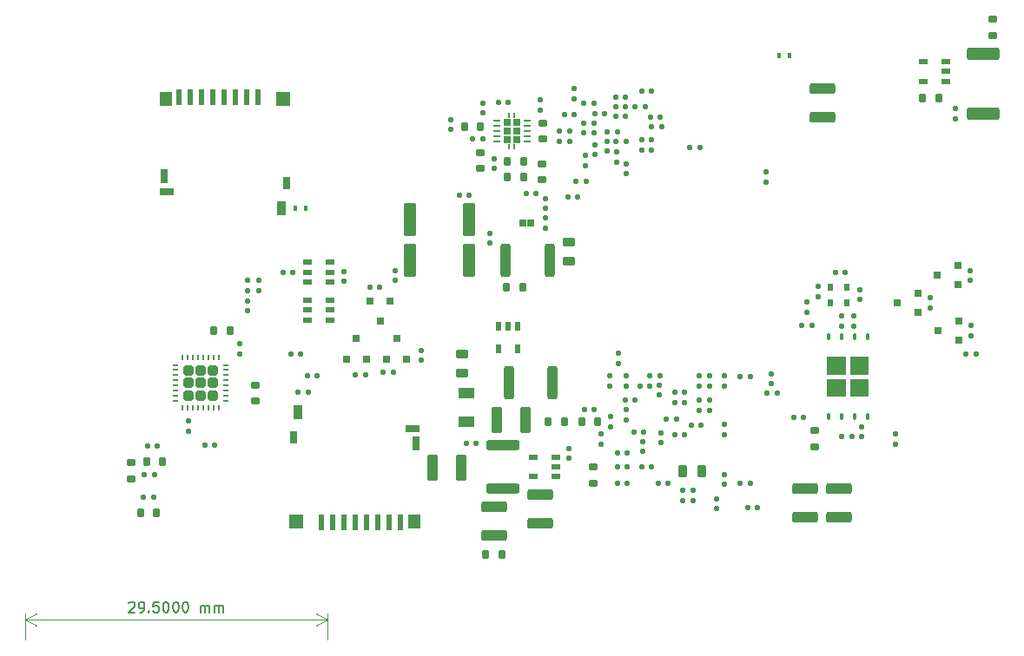
<source format=gbr>
G04 #@! TF.GenerationSoftware,KiCad,Pcbnew,8.0.6-8.0.6-0~ubuntu24.04.1*
G04 #@! TF.CreationDate,2025-03-07T13:19:28+05:30*
G04 #@! TF.ProjectId,DFTBoard,44465442-6f61-4726-942e-6b696361645f,rev?*
G04 #@! TF.SameCoordinates,Original*
G04 #@! TF.FileFunction,Paste,Bot*
G04 #@! TF.FilePolarity,Positive*
%FSLAX46Y46*%
G04 Gerber Fmt 4.6, Leading zero omitted, Abs format (unit mm)*
G04 Created by KiCad (PCBNEW 8.0.6-8.0.6-0~ubuntu24.04.1) date 2025-03-07 13:19:28*
%MOMM*%
%LPD*%
G01*
G04 APERTURE LIST*
G04 Aperture macros list*
%AMRoundRect*
0 Rectangle with rounded corners*
0 $1 Rounding radius*
0 $2 $3 $4 $5 $6 $7 $8 $9 X,Y pos of 4 corners*
0 Add a 4 corners polygon primitive as box body*
4,1,4,$2,$3,$4,$5,$6,$7,$8,$9,$2,$3,0*
0 Add four circle primitives for the rounded corners*
1,1,$1+$1,$2,$3*
1,1,$1+$1,$4,$5*
1,1,$1+$1,$6,$7*
1,1,$1+$1,$8,$9*
0 Add four rect primitives between the rounded corners*
20,1,$1+$1,$2,$3,$4,$5,0*
20,1,$1+$1,$4,$5,$6,$7,0*
20,1,$1+$1,$6,$7,$8,$9,0*
20,1,$1+$1,$8,$9,$2,$3,0*%
G04 Aperture macros list end*
%ADD10C,0.150000*%
%ADD11C,0.100000*%
%ADD12C,0.000000*%
%ADD13R,0.497600X0.697600*%
%ADD14RoundRect,0.109400X0.109400X0.134400X-0.109400X0.134400X-0.109400X-0.134400X0.109400X-0.134400X0*%
%ADD15RoundRect,0.109400X-0.134400X0.109400X-0.134400X-0.109400X0.134400X-0.109400X0.134400X0.109400X0*%
%ADD16RoundRect,0.109400X-0.109400X-0.134400X0.109400X-0.134400X0.109400X0.134400X-0.109400X0.134400X0*%
%ADD17RoundRect,0.180650X0.218150X-0.180650X0.218150X0.180650X-0.218150X0.180650X-0.218150X-0.180650X0*%
%ADD18RoundRect,0.219520X-1.029280X0.329280X-1.029280X-0.329280X1.029280X-0.329280X1.029280X0.329280X0*%
%ADD19RoundRect,0.219520X-0.579280X0.329280X-0.579280X-0.329280X0.579280X-0.329280X0.579280X0.329280X0*%
%ADD20RoundRect,0.216133X-1.407667X0.270167X-1.407667X-0.270167X1.407667X-0.270167X1.407667X0.270167X0*%
%ADD21R,0.747600X0.647600*%
%ADD22RoundRect,0.109400X0.134400X-0.109400X0.134400X0.109400X-0.134400X0.109400X-0.134400X-0.109400X0*%
%ADD23R,0.907600X0.497600*%
%ADD24RoundRect,0.219520X0.329280X1.029280X-0.329280X1.029280X-0.329280X-1.029280X0.329280X-1.029280X0*%
%ADD25RoundRect,0.180650X-0.218150X0.180650X-0.218150X-0.180650X0.218150X-0.180650X0.218150X0.180650X0*%
%ADD26RoundRect,0.205650X-0.205650X-0.418150X0.205650X-0.418150X0.205650X0.418150X-0.205650X0.418150X0*%
%ADD27R,0.640000X0.640000*%
%ADD28R,0.697600X0.127600*%
%ADD29R,0.127600X0.547600*%
%ADD30RoundRect,0.180650X0.180650X0.218150X-0.180650X0.218150X-0.180650X-0.218150X0.180650X-0.218150X0*%
%ADD31RoundRect,0.245000X0.245000X0.245000X-0.245000X0.245000X-0.245000X-0.245000X0.245000X-0.245000X0*%
%ADD32RoundRect,0.024400X0.274400X0.024400X-0.274400X0.024400X-0.274400X-0.024400X0.274400X-0.024400X0*%
%ADD33RoundRect,0.024400X0.024400X0.274400X-0.024400X0.274400X-0.024400X-0.274400X0.024400X-0.274400X0*%
%ADD34RoundRect,0.180650X-0.180650X-0.218150X0.180650X-0.218150X0.180650X0.218150X-0.180650X0.218150X0*%
%ADD35RoundRect,0.216133X-0.270167X-1.407667X0.270167X-1.407667X0.270167X1.407667X-0.270167X1.407667X0*%
%ADD36R,0.647600X0.747600*%
%ADD37R,0.497600X0.907600*%
%ADD38R,0.650000X0.750000*%
%ADD39R,0.097600X0.347600*%
%ADD40RoundRect,0.205650X-0.418150X0.205650X-0.418150X-0.205650X0.418150X-0.205650X0.418150X0.205650X0*%
%ADD41R,0.547600X1.597600*%
%ADD42R,1.147600X1.347600*%
%ADD43R,1.347600X1.347600*%
%ADD44R,0.647600X1.247600*%
%ADD45R,0.847600X1.397600*%
%ADD46R,1.347600X0.647600*%
%ADD47R,0.647600X1.347600*%
%ADD48RoundRect,0.205650X0.418150X-0.205650X0.418150X0.205650X-0.418150X0.205650X-0.418150X-0.205650X0*%
%ADD49RoundRect,0.221778X-0.377022X-1.377022X0.377022X-1.377022X0.377022X1.377022X-0.377022X1.377022X0*%
%ADD50RoundRect,0.221778X1.377022X-0.377022X1.377022X0.377022X-1.377022X0.377022X-1.377022X-0.377022X0*%
%ADD51RoundRect,0.148800X-0.000010X0.250000X-0.000010X-0.250000X0.000010X-0.250000X0.000010X0.250000X0*%
%ADD52RoundRect,0.186900X-0.211900X0.186900X-0.211900X-0.186900X0.211900X-0.186900X0.211900X0.186900X0*%
%ADD53RoundRect,0.096900X0.096900X0.146900X-0.096900X0.146900X-0.096900X-0.146900X0.096900X-0.146900X0*%
G04 APERTURE END LIST*
D10*
X110130953Y-155900057D02*
X110178572Y-155852438D01*
X110178572Y-155852438D02*
X110273810Y-155804819D01*
X110273810Y-155804819D02*
X110511905Y-155804819D01*
X110511905Y-155804819D02*
X110607143Y-155852438D01*
X110607143Y-155852438D02*
X110654762Y-155900057D01*
X110654762Y-155900057D02*
X110702381Y-155995295D01*
X110702381Y-155995295D02*
X110702381Y-156090533D01*
X110702381Y-156090533D02*
X110654762Y-156233390D01*
X110654762Y-156233390D02*
X110083334Y-156804819D01*
X110083334Y-156804819D02*
X110702381Y-156804819D01*
X111178572Y-156804819D02*
X111369048Y-156804819D01*
X111369048Y-156804819D02*
X111464286Y-156757200D01*
X111464286Y-156757200D02*
X111511905Y-156709580D01*
X111511905Y-156709580D02*
X111607143Y-156566723D01*
X111607143Y-156566723D02*
X111654762Y-156376247D01*
X111654762Y-156376247D02*
X111654762Y-155995295D01*
X111654762Y-155995295D02*
X111607143Y-155900057D01*
X111607143Y-155900057D02*
X111559524Y-155852438D01*
X111559524Y-155852438D02*
X111464286Y-155804819D01*
X111464286Y-155804819D02*
X111273810Y-155804819D01*
X111273810Y-155804819D02*
X111178572Y-155852438D01*
X111178572Y-155852438D02*
X111130953Y-155900057D01*
X111130953Y-155900057D02*
X111083334Y-155995295D01*
X111083334Y-155995295D02*
X111083334Y-156233390D01*
X111083334Y-156233390D02*
X111130953Y-156328628D01*
X111130953Y-156328628D02*
X111178572Y-156376247D01*
X111178572Y-156376247D02*
X111273810Y-156423866D01*
X111273810Y-156423866D02*
X111464286Y-156423866D01*
X111464286Y-156423866D02*
X111559524Y-156376247D01*
X111559524Y-156376247D02*
X111607143Y-156328628D01*
X111607143Y-156328628D02*
X111654762Y-156233390D01*
X112083334Y-156709580D02*
X112130953Y-156757200D01*
X112130953Y-156757200D02*
X112083334Y-156804819D01*
X112083334Y-156804819D02*
X112035715Y-156757200D01*
X112035715Y-156757200D02*
X112083334Y-156709580D01*
X112083334Y-156709580D02*
X112083334Y-156804819D01*
X113035714Y-155804819D02*
X112559524Y-155804819D01*
X112559524Y-155804819D02*
X112511905Y-156281009D01*
X112511905Y-156281009D02*
X112559524Y-156233390D01*
X112559524Y-156233390D02*
X112654762Y-156185771D01*
X112654762Y-156185771D02*
X112892857Y-156185771D01*
X112892857Y-156185771D02*
X112988095Y-156233390D01*
X112988095Y-156233390D02*
X113035714Y-156281009D01*
X113035714Y-156281009D02*
X113083333Y-156376247D01*
X113083333Y-156376247D02*
X113083333Y-156614342D01*
X113083333Y-156614342D02*
X113035714Y-156709580D01*
X113035714Y-156709580D02*
X112988095Y-156757200D01*
X112988095Y-156757200D02*
X112892857Y-156804819D01*
X112892857Y-156804819D02*
X112654762Y-156804819D01*
X112654762Y-156804819D02*
X112559524Y-156757200D01*
X112559524Y-156757200D02*
X112511905Y-156709580D01*
X113702381Y-155804819D02*
X113797619Y-155804819D01*
X113797619Y-155804819D02*
X113892857Y-155852438D01*
X113892857Y-155852438D02*
X113940476Y-155900057D01*
X113940476Y-155900057D02*
X113988095Y-155995295D01*
X113988095Y-155995295D02*
X114035714Y-156185771D01*
X114035714Y-156185771D02*
X114035714Y-156423866D01*
X114035714Y-156423866D02*
X113988095Y-156614342D01*
X113988095Y-156614342D02*
X113940476Y-156709580D01*
X113940476Y-156709580D02*
X113892857Y-156757200D01*
X113892857Y-156757200D02*
X113797619Y-156804819D01*
X113797619Y-156804819D02*
X113702381Y-156804819D01*
X113702381Y-156804819D02*
X113607143Y-156757200D01*
X113607143Y-156757200D02*
X113559524Y-156709580D01*
X113559524Y-156709580D02*
X113511905Y-156614342D01*
X113511905Y-156614342D02*
X113464286Y-156423866D01*
X113464286Y-156423866D02*
X113464286Y-156185771D01*
X113464286Y-156185771D02*
X113511905Y-155995295D01*
X113511905Y-155995295D02*
X113559524Y-155900057D01*
X113559524Y-155900057D02*
X113607143Y-155852438D01*
X113607143Y-155852438D02*
X113702381Y-155804819D01*
X114654762Y-155804819D02*
X114750000Y-155804819D01*
X114750000Y-155804819D02*
X114845238Y-155852438D01*
X114845238Y-155852438D02*
X114892857Y-155900057D01*
X114892857Y-155900057D02*
X114940476Y-155995295D01*
X114940476Y-155995295D02*
X114988095Y-156185771D01*
X114988095Y-156185771D02*
X114988095Y-156423866D01*
X114988095Y-156423866D02*
X114940476Y-156614342D01*
X114940476Y-156614342D02*
X114892857Y-156709580D01*
X114892857Y-156709580D02*
X114845238Y-156757200D01*
X114845238Y-156757200D02*
X114750000Y-156804819D01*
X114750000Y-156804819D02*
X114654762Y-156804819D01*
X114654762Y-156804819D02*
X114559524Y-156757200D01*
X114559524Y-156757200D02*
X114511905Y-156709580D01*
X114511905Y-156709580D02*
X114464286Y-156614342D01*
X114464286Y-156614342D02*
X114416667Y-156423866D01*
X114416667Y-156423866D02*
X114416667Y-156185771D01*
X114416667Y-156185771D02*
X114464286Y-155995295D01*
X114464286Y-155995295D02*
X114511905Y-155900057D01*
X114511905Y-155900057D02*
X114559524Y-155852438D01*
X114559524Y-155852438D02*
X114654762Y-155804819D01*
X115607143Y-155804819D02*
X115702381Y-155804819D01*
X115702381Y-155804819D02*
X115797619Y-155852438D01*
X115797619Y-155852438D02*
X115845238Y-155900057D01*
X115845238Y-155900057D02*
X115892857Y-155995295D01*
X115892857Y-155995295D02*
X115940476Y-156185771D01*
X115940476Y-156185771D02*
X115940476Y-156423866D01*
X115940476Y-156423866D02*
X115892857Y-156614342D01*
X115892857Y-156614342D02*
X115845238Y-156709580D01*
X115845238Y-156709580D02*
X115797619Y-156757200D01*
X115797619Y-156757200D02*
X115702381Y-156804819D01*
X115702381Y-156804819D02*
X115607143Y-156804819D01*
X115607143Y-156804819D02*
X115511905Y-156757200D01*
X115511905Y-156757200D02*
X115464286Y-156709580D01*
X115464286Y-156709580D02*
X115416667Y-156614342D01*
X115416667Y-156614342D02*
X115369048Y-156423866D01*
X115369048Y-156423866D02*
X115369048Y-156185771D01*
X115369048Y-156185771D02*
X115416667Y-155995295D01*
X115416667Y-155995295D02*
X115464286Y-155900057D01*
X115464286Y-155900057D02*
X115511905Y-155852438D01*
X115511905Y-155852438D02*
X115607143Y-155804819D01*
X117130953Y-156804819D02*
X117130953Y-156138152D01*
X117130953Y-156233390D02*
X117178572Y-156185771D01*
X117178572Y-156185771D02*
X117273810Y-156138152D01*
X117273810Y-156138152D02*
X117416667Y-156138152D01*
X117416667Y-156138152D02*
X117511905Y-156185771D01*
X117511905Y-156185771D02*
X117559524Y-156281009D01*
X117559524Y-156281009D02*
X117559524Y-156804819D01*
X117559524Y-156281009D02*
X117607143Y-156185771D01*
X117607143Y-156185771D02*
X117702381Y-156138152D01*
X117702381Y-156138152D02*
X117845238Y-156138152D01*
X117845238Y-156138152D02*
X117940477Y-156185771D01*
X117940477Y-156185771D02*
X117988096Y-156281009D01*
X117988096Y-156281009D02*
X117988096Y-156804819D01*
X118464286Y-156804819D02*
X118464286Y-156138152D01*
X118464286Y-156233390D02*
X118511905Y-156185771D01*
X118511905Y-156185771D02*
X118607143Y-156138152D01*
X118607143Y-156138152D02*
X118750000Y-156138152D01*
X118750000Y-156138152D02*
X118845238Y-156185771D01*
X118845238Y-156185771D02*
X118892857Y-156281009D01*
X118892857Y-156281009D02*
X118892857Y-156804819D01*
X118892857Y-156281009D02*
X118940476Y-156185771D01*
X118940476Y-156185771D02*
X119035714Y-156138152D01*
X119035714Y-156138152D02*
X119178571Y-156138152D01*
X119178571Y-156138152D02*
X119273810Y-156185771D01*
X119273810Y-156185771D02*
X119321429Y-156281009D01*
X119321429Y-156281009D02*
X119321429Y-156804819D01*
D11*
X100000000Y-159500000D02*
X100000000Y-156913580D01*
X129500000Y-159500000D02*
X129500000Y-156913580D01*
X100000000Y-157500000D02*
X129500000Y-157500000D01*
X100000000Y-157500000D02*
X129500000Y-157500000D01*
X100000000Y-157500000D02*
X101126504Y-156913579D01*
X100000000Y-157500000D02*
X101126504Y-158086421D01*
X129500000Y-157500000D02*
X128373496Y-158086421D01*
X129500000Y-157500000D02*
X128373496Y-156913579D01*
D12*
G36*
X180016411Y-133618802D02*
G01*
X178189577Y-133618802D01*
X178189577Y-131866968D01*
X180016411Y-131866968D01*
X180016411Y-133618802D01*
G37*
G36*
X180016411Y-135786079D02*
G01*
X178189577Y-135786079D01*
X178189577Y-134034245D01*
X180016411Y-134034245D01*
X180016411Y-135786079D01*
G37*
G36*
X182258688Y-133618802D02*
G01*
X180431854Y-133618802D01*
X180431854Y-131866968D01*
X182258688Y-131866968D01*
X182258688Y-133618802D01*
G37*
G36*
X182258688Y-135786079D02*
G01*
X180431854Y-135786079D01*
X180431854Y-134034245D01*
X182258688Y-134034245D01*
X182258688Y-135786079D01*
G37*
D13*
X180149134Y-126601525D03*
X178499134Y-126601525D03*
X178499134Y-125051525D03*
X180149134Y-125051525D03*
D14*
X157759134Y-109926525D03*
X156789134Y-109926525D03*
X155459134Y-109076525D03*
X154489134Y-109076525D03*
X158559134Y-108426525D03*
X157589134Y-108426525D03*
X153559134Y-108276525D03*
X152589134Y-108276525D03*
X158559134Y-107476525D03*
X157589134Y-107476525D03*
D15*
X155574134Y-111191525D03*
X155574134Y-112161525D03*
D16*
X155539134Y-108126525D03*
X156509134Y-108126525D03*
D14*
X155459134Y-110026525D03*
X154489134Y-110026525D03*
D16*
X154489134Y-107176525D03*
X155459134Y-107176525D03*
D15*
X157674134Y-111891525D03*
X157674134Y-112861525D03*
D14*
X158609134Y-110876525D03*
X157639134Y-110876525D03*
D16*
X160139134Y-111676525D03*
X161109134Y-111676525D03*
D15*
X181574134Y-138691525D03*
X181574134Y-139661525D03*
D16*
X172339134Y-135426525D03*
X173309134Y-135426525D03*
D15*
X168224134Y-133741525D03*
X168224134Y-134711525D03*
D17*
X194310000Y-100527500D03*
X194310000Y-98952500D03*
D18*
X145724134Y-146526525D03*
X145724134Y-149326525D03*
D19*
X143074134Y-135426525D03*
X143074134Y-138226525D03*
D20*
X146624134Y-140489025D03*
X146624134Y-144764025D03*
D21*
X191024134Y-128376525D03*
X191024134Y-130276525D03*
X189024134Y-129326525D03*
X187024134Y-125676525D03*
X187024134Y-127576525D03*
X185024134Y-126626525D03*
X190924134Y-122976525D03*
X190924134Y-124876525D03*
X188924134Y-123926525D03*
D15*
X153024134Y-140841525D03*
X153024134Y-141811525D03*
X192224134Y-128841525D03*
X192224134Y-129811525D03*
X188224134Y-126141525D03*
X188224134Y-127111525D03*
X192124134Y-123441525D03*
X192124134Y-124411525D03*
D16*
X160139134Y-105976525D03*
X161109134Y-105976525D03*
D22*
X177350000Y-126005000D03*
X177350000Y-125035000D03*
D23*
X127524134Y-128276525D03*
X127524134Y-127326525D03*
X127524134Y-126376525D03*
X129724134Y-126376525D03*
X129724134Y-127326525D03*
X129724134Y-128276525D03*
D22*
X164124134Y-145911525D03*
X164124134Y-144941525D03*
D14*
X144009134Y-140326525D03*
X143039134Y-140326525D03*
D16*
X191739134Y-131626525D03*
X192709134Y-131626525D03*
D15*
X172224134Y-113841525D03*
X172224134Y-114811525D03*
D22*
X165724134Y-134711525D03*
X165724134Y-133741525D03*
D14*
X160909134Y-134726525D03*
X159939134Y-134726525D03*
D15*
X184834134Y-139436525D03*
X184834134Y-140406525D03*
D14*
X165795000Y-111490000D03*
X164825000Y-111490000D03*
D22*
X156124134Y-140386525D03*
X156124134Y-139416525D03*
X158624134Y-138011525D03*
X158624134Y-137041525D03*
D24*
X148824134Y-138026525D03*
X146024134Y-138026525D03*
D14*
X127609134Y-135326525D03*
X126639134Y-135326525D03*
D25*
X144424134Y-111939025D03*
X144424134Y-113514025D03*
D18*
X150224134Y-145326525D03*
X150224134Y-148126525D03*
D22*
X176224134Y-127511525D03*
X176224134Y-126541525D03*
D26*
X164086634Y-143026525D03*
X165961634Y-143026525D03*
D22*
X168224134Y-139461525D03*
X168224134Y-138491525D03*
D14*
X162709134Y-144226525D03*
X161739134Y-144226525D03*
D22*
X165124134Y-145911525D03*
X165124134Y-144941525D03*
D16*
X157739134Y-144226525D03*
X158709134Y-144226525D03*
D14*
X171409134Y-146626525D03*
X170439134Y-146626525D03*
D16*
X169739134Y-144226525D03*
X170709134Y-144226525D03*
D22*
X167424134Y-146711525D03*
X167424134Y-145741525D03*
D16*
X154539134Y-137026525D03*
X155509134Y-137026525D03*
D22*
X168224134Y-144311525D03*
X168224134Y-143341525D03*
D14*
X161109134Y-142626525D03*
X160139134Y-142626525D03*
D16*
X165739134Y-137076525D03*
X166709134Y-137076525D03*
X164939134Y-138526525D03*
X165909134Y-138526525D03*
D22*
X157850000Y-132500000D03*
X157850000Y-131530000D03*
X161974134Y-140261525D03*
X161974134Y-139291525D03*
D16*
X159339134Y-139226525D03*
X160309134Y-139226525D03*
X169739134Y-133826525D03*
X170709134Y-133826525D03*
X160939134Y-133726525D03*
X161909134Y-133726525D03*
D15*
X150224134Y-106841525D03*
X150224134Y-107811525D03*
D16*
X158515000Y-136110000D03*
X159485000Y-136110000D03*
D22*
X154624134Y-113211525D03*
X154624134Y-112241525D03*
D16*
X162539134Y-137976525D03*
X163509134Y-137976525D03*
D27*
X147944134Y-110696525D03*
X147944134Y-109836525D03*
X147944134Y-108976525D03*
X146984134Y-110696525D03*
X146984134Y-109836525D03*
X146984134Y-108976525D03*
D28*
X148939134Y-108836525D03*
X148939134Y-109336525D03*
X148939134Y-109836525D03*
X148939134Y-110336525D03*
X148939134Y-110836525D03*
X145989134Y-110836525D03*
X145989134Y-110336525D03*
X145989134Y-109836525D03*
X145989134Y-109336525D03*
X145989134Y-108836525D03*
D29*
X147714134Y-111386525D03*
X147714134Y-108286525D03*
X147214134Y-111386525D03*
X147214134Y-108286525D03*
D22*
X141524134Y-109711525D03*
X141524134Y-108741525D03*
D15*
X144624134Y-107141525D03*
X144624134Y-108111525D03*
D30*
X144411634Y-109426525D03*
X142836634Y-109426525D03*
D15*
X145764134Y-112551525D03*
X145764134Y-113521525D03*
D30*
X148611634Y-114326525D03*
X147036634Y-114326525D03*
X148611634Y-112826525D03*
X147036634Y-112826525D03*
D14*
X147109134Y-107026525D03*
X146139134Y-107026525D03*
D25*
X150424134Y-113039025D03*
X150424134Y-114614025D03*
X150464134Y-109049025D03*
X150464134Y-110624025D03*
D14*
X154709134Y-114726525D03*
X153739134Y-114726525D03*
D16*
X152939134Y-116326525D03*
X153909134Y-116326525D03*
X165739134Y-136126525D03*
X166709134Y-136126525D03*
D15*
X166724134Y-133741525D03*
X166724134Y-134711525D03*
D31*
X118344134Y-135646525D03*
X118344134Y-134426525D03*
X118344134Y-133206525D03*
X117124134Y-135646525D03*
X117124134Y-134426525D03*
X117124134Y-133206525D03*
X115904134Y-135646525D03*
X115904134Y-134426525D03*
X115904134Y-133206525D03*
D32*
X119599134Y-132676525D03*
X119599134Y-133176525D03*
X119599134Y-133676525D03*
X119599134Y-134176525D03*
X119599134Y-134676525D03*
X119599134Y-135176525D03*
X119599134Y-135676525D03*
X119599134Y-136176525D03*
D33*
X118874134Y-136901525D03*
X118374134Y-136901525D03*
X117874134Y-136901525D03*
X117374134Y-136901525D03*
X116874134Y-136901525D03*
X116374134Y-136901525D03*
X115874134Y-136901525D03*
X115374134Y-136901525D03*
D32*
X114649134Y-136176525D03*
X114649134Y-135676525D03*
X114649134Y-135176525D03*
X114649134Y-134676525D03*
X114649134Y-134176525D03*
X114649134Y-133676525D03*
X114649134Y-133176525D03*
X114649134Y-132676525D03*
D33*
X115374134Y-131951525D03*
X115874134Y-131951525D03*
X116374134Y-131951525D03*
X116874134Y-131951525D03*
X117374134Y-131951525D03*
X117874134Y-131951525D03*
X118374134Y-131951525D03*
X118874134Y-131951525D03*
D25*
X122424134Y-134639025D03*
X122424134Y-136214025D03*
D15*
X121724134Y-126441525D03*
X121724134Y-127411525D03*
D16*
X111969134Y-140616525D03*
X112939134Y-140616525D03*
X111669134Y-143416525D03*
X112639134Y-143416525D03*
D15*
X120924134Y-130601525D03*
X120924134Y-131571525D03*
D16*
X111554134Y-145546525D03*
X112524134Y-145546525D03*
D22*
X115924134Y-139111525D03*
X115924134Y-138141525D03*
D34*
X111866634Y-142116525D03*
X113441634Y-142116525D03*
D22*
X121724134Y-125411525D03*
X121724134Y-124441525D03*
D15*
X122824134Y-124441525D03*
X122824134Y-125411525D03*
D14*
X128509134Y-133726525D03*
X127539134Y-133726525D03*
D17*
X110354134Y-143804025D03*
X110354134Y-142229025D03*
D34*
X111269134Y-147126525D03*
X112844134Y-147126525D03*
X118436634Y-129326525D03*
X120011634Y-129326525D03*
D16*
X142339134Y-116126525D03*
X143309134Y-116126525D03*
X160139134Y-110726525D03*
X161109134Y-110726525D03*
X161089134Y-109426525D03*
X162059134Y-109426525D03*
D14*
X153109134Y-110826525D03*
X152139134Y-110826525D03*
D18*
X177724134Y-105726525D03*
X177724134Y-108526525D03*
X176024134Y-144726525D03*
X176024134Y-147526525D03*
D30*
X152611634Y-138226525D03*
X151036634Y-138226525D03*
D16*
X157739134Y-142626525D03*
X158709134Y-142626525D03*
D23*
X129724134Y-122676525D03*
X129724134Y-123626525D03*
X129724134Y-124576525D03*
X127524134Y-124576525D03*
X127524134Y-123626525D03*
X127524134Y-122676525D03*
D35*
X147186634Y-134426525D03*
X151461634Y-134426525D03*
D36*
X137174134Y-132126525D03*
X135274134Y-132126525D03*
X136224134Y-130126525D03*
D34*
X146936634Y-125126525D03*
X148511634Y-125126525D03*
D37*
X146174134Y-128926525D03*
X147124134Y-128926525D03*
X148074134Y-128926525D03*
X148074134Y-131126525D03*
X146174134Y-131126525D03*
D22*
X131124134Y-124511525D03*
X131124134Y-123541525D03*
X138624134Y-132211525D03*
X138624134Y-131241525D03*
D16*
X125139134Y-123626525D03*
X126109134Y-123626525D03*
D38*
X149324134Y-118826525D03*
X148524134Y-118826525D03*
D39*
X148174134Y-117876525D03*
X148674134Y-117876525D03*
X149174134Y-117876525D03*
X149674134Y-117876525D03*
X149674134Y-119776525D03*
X149174134Y-119776525D03*
X148674134Y-119776525D03*
X148174134Y-119776525D03*
D14*
X149809134Y-115926525D03*
X148839134Y-115926525D03*
D22*
X150724134Y-117411525D03*
X150724134Y-116441525D03*
D15*
X150724134Y-118341525D03*
X150724134Y-119311525D03*
D18*
X179324134Y-144726525D03*
X179324134Y-147526525D03*
D22*
X179624134Y-128861525D03*
X179624134Y-127891525D03*
X181424134Y-126311525D03*
X181424134Y-125341525D03*
X180824134Y-128861525D03*
X180824134Y-127891525D03*
D14*
X179989134Y-123610525D03*
X179019134Y-123610525D03*
D40*
X153024134Y-120689025D03*
X153024134Y-122564025D03*
D14*
X175909134Y-137826525D03*
X174939134Y-137826525D03*
D23*
X151724134Y-141676525D03*
X151724134Y-142626525D03*
X151724134Y-143576525D03*
X149524134Y-143576525D03*
X149524134Y-141676525D03*
D30*
X146511634Y-151126525D03*
X144936634Y-151126525D03*
D16*
X133639134Y-125126525D03*
X134609134Y-125126525D03*
D36*
X133274134Y-132126525D03*
X131374134Y-132126525D03*
X132324134Y-130126525D03*
D14*
X135909134Y-133426525D03*
X134939134Y-133426525D03*
D36*
X133674134Y-126426525D03*
X135574134Y-126426525D03*
X134624134Y-128426525D03*
D14*
X126909134Y-131626525D03*
X125939134Y-131626525D03*
D22*
X157024134Y-134711525D03*
X157024134Y-133741525D03*
D15*
X157074134Y-137741525D03*
X157074134Y-138711525D03*
D16*
X143639134Y-110626525D03*
X144609134Y-110626525D03*
D41*
X128924134Y-148076525D03*
X130024134Y-148076525D03*
X131124134Y-148076525D03*
X132224134Y-148076525D03*
X133324134Y-148076525D03*
D42*
X137924134Y-147951525D03*
D41*
X134424134Y-148076525D03*
D43*
X126474134Y-147951525D03*
D44*
X126149134Y-139701525D03*
D41*
X135524134Y-148076525D03*
X136624134Y-148076525D03*
D45*
X126624134Y-137276525D03*
D46*
X137774134Y-138851525D03*
D47*
X138099134Y-140351525D03*
D48*
X142624134Y-133464025D03*
X142624134Y-131589025D03*
D35*
X146886634Y-122426525D03*
X151161634Y-122426525D03*
D16*
X160989134Y-108476525D03*
X161959134Y-108476525D03*
D22*
X158624134Y-134711525D03*
X158624134Y-133741525D03*
X164274134Y-136311525D03*
X164274134Y-135341525D03*
D16*
X163339134Y-139476525D03*
X164309134Y-139476525D03*
D14*
X158709134Y-141226525D03*
X157739134Y-141226525D03*
D25*
X155424134Y-142639025D03*
X155424134Y-144214025D03*
D24*
X142524134Y-142726525D03*
X139724134Y-142726525D03*
D30*
X155861634Y-138226525D03*
X154286634Y-138226525D03*
D14*
X153109134Y-109876525D03*
X152139134Y-109876525D03*
D15*
X156724134Y-110841525D03*
X156724134Y-111811525D03*
D14*
X133209134Y-133626525D03*
X132239134Y-133626525D03*
D15*
X160224134Y-140141525D03*
X160224134Y-141111525D03*
X163324134Y-135341525D03*
X163324134Y-136311525D03*
D22*
X161824134Y-135611525D03*
X161824134Y-134641525D03*
D16*
X179639134Y-139626525D03*
X180609134Y-139626525D03*
D14*
X158559134Y-106526525D03*
X157589134Y-106526525D03*
D22*
X153574134Y-106711525D03*
X153574134Y-105741525D03*
D15*
X158624134Y-113041525D03*
X158624134Y-114011525D03*
D16*
X159489134Y-107476525D03*
X160459134Y-107476525D03*
D49*
X137524134Y-118526525D03*
X143324134Y-118526525D03*
X137524134Y-122426525D03*
X143324134Y-122426525D03*
D50*
X193410000Y-108140000D03*
X193410000Y-102340000D03*
D22*
X190710000Y-108625000D03*
X190710000Y-107655000D03*
D23*
X189810000Y-103090000D03*
X189810000Y-104040000D03*
X189810000Y-104990000D03*
X187610000Y-104990000D03*
X187610000Y-103090000D03*
D34*
X187522500Y-106640000D03*
X189097500Y-106640000D03*
D15*
X145324134Y-119841525D03*
X145324134Y-120811525D03*
D16*
X117539134Y-140526525D03*
X118509134Y-140526525D03*
D15*
X136124134Y-123441525D03*
X136124134Y-124411525D03*
D16*
X175739134Y-128826525D03*
X176709134Y-128826525D03*
D51*
X178319134Y-129926525D03*
X179589134Y-129926525D03*
X180859134Y-129926525D03*
X182129134Y-129926525D03*
X182129134Y-137726525D03*
X180859134Y-137726525D03*
X179589134Y-137726525D03*
X178319134Y-137726525D03*
D15*
X172724134Y-133541525D03*
X172724134Y-134511525D03*
D52*
X176960000Y-139100000D03*
X176960000Y-140650000D03*
D41*
X122714134Y-106560000D03*
X121614134Y-106560000D03*
X120514134Y-106560000D03*
X119414134Y-106560000D03*
X118314134Y-106560000D03*
D42*
X113714134Y-106685000D03*
D41*
X117214134Y-106560000D03*
D43*
X125164134Y-106685000D03*
D44*
X125489134Y-114935000D03*
D41*
X116114134Y-106560000D03*
X115014134Y-106560000D03*
D45*
X125014134Y-117360000D03*
D46*
X113864134Y-115785000D03*
D47*
X113539134Y-114285000D03*
D53*
X127404134Y-117380000D03*
X126384134Y-117380000D03*
X174500000Y-102500000D03*
X173480000Y-102500000D03*
M02*

</source>
